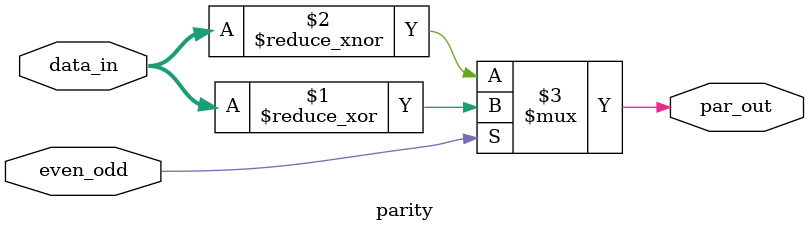
<source format=v>
module parity(data_in, even_odd, par_out);
input [7:0] data_in; input even_odd;
output par_out;		//Port Definitions
assign par_out = (even_odd) ? ^data_in:~^data_in;
//Using the conditional operator to differentiate
//between both polarity bit checks
endmodule 
</source>
